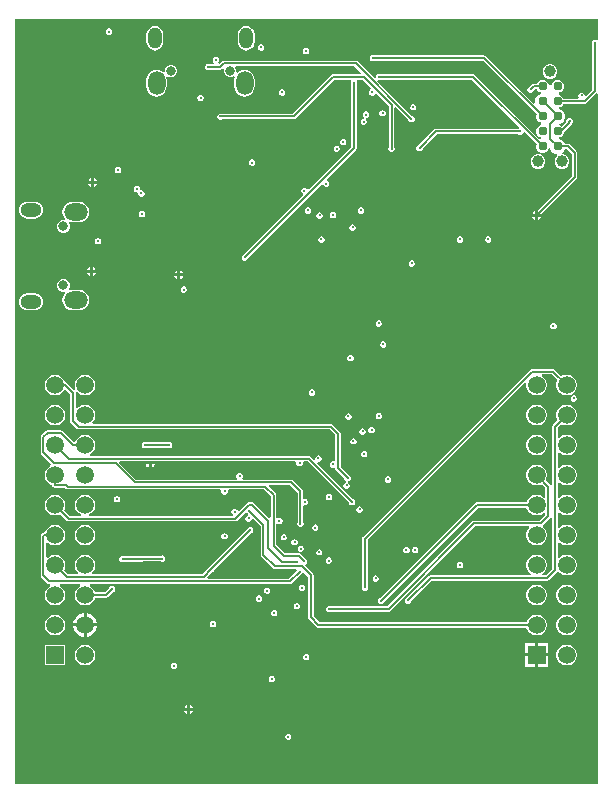
<source format=gbl>
G04*
G04 #@! TF.GenerationSoftware,Altium Limited,Altium Designer,24.1.2 (44)*
G04*
G04 Layer_Physical_Order=4*
G04 Layer_Color=16711680*
%FSLAX25Y25*%
%MOIN*%
G70*
G04*
G04 #@! TF.SameCoordinates,0CAF675C-D5BD-4F57-B94F-0EABEFC4C8CF*
G04*
G04*
G04 #@! TF.FilePolarity,Positive*
G04*
G01*
G75*
%ADD72C,0.00800*%
%ADD73C,0.03902*%
%ADD74O,0.04528X0.07087*%
%ADD75O,0.05709X0.07874*%
%ADD76C,0.03150*%
%ADD77O,0.07874X0.05709*%
%ADD78O,0.07087X0.04528*%
%ADD79C,0.05937*%
%ADD80R,0.05937X0.05937*%
%ADD81C,0.01100*%
%ADD82C,0.03098*%
G36*
X194980Y248712D02*
X194843Y248598D01*
X194480Y248438D01*
X194209Y248550D01*
X193791D01*
X193405Y248390D01*
X193110Y248095D01*
X192950Y247709D01*
Y247291D01*
X193082Y246972D01*
Y231880D01*
X191050Y229848D01*
X190550Y230055D01*
Y230209D01*
X190390Y230595D01*
X190095Y230890D01*
X189709Y231050D01*
X189291D01*
X188905Y230890D01*
X188610Y230595D01*
X188450Y230209D01*
Y229791D01*
X188610Y229405D01*
X188390Y228918D01*
X183338D01*
X183237Y229161D01*
X182661Y229737D01*
X182041Y229994D01*
Y231006D01*
X182661Y231263D01*
X183237Y231839D01*
X183549Y232592D01*
Y233408D01*
X183237Y234161D01*
X182661Y234737D01*
X181908Y235049D01*
X181092D01*
X180339Y234737D01*
X179763Y234161D01*
X179506Y233541D01*
X178494D01*
X178237Y234161D01*
X177661Y234737D01*
X176908Y235049D01*
X176092D01*
X175339Y234737D01*
X174763Y234161D01*
X174662Y233918D01*
X173581D01*
X173230Y233848D01*
X172932Y233649D01*
X172334Y233050D01*
X172291D01*
X171905Y232890D01*
X171610Y232595D01*
X171450Y232209D01*
Y231791D01*
X171610Y231405D01*
X171905Y231110D01*
X172291Y230950D01*
X172709D01*
X173095Y231110D01*
X173390Y231405D01*
X173465Y231586D01*
X173961Y232082D01*
X174662D01*
X174763Y231839D01*
X175339Y231263D01*
X175959Y231006D01*
Y230535D01*
X175056Y230161D01*
X174339Y229444D01*
X173951Y228507D01*
Y227554D01*
X173792Y227430D01*
X173489Y227309D01*
X157720Y243078D01*
X157422Y243277D01*
X157071Y243347D01*
X120469D01*
X120150Y243479D01*
X119732D01*
X119346Y243320D01*
X119051Y243024D01*
X118891Y242638D01*
Y242220D01*
X119051Y241835D01*
X119346Y241539D01*
X119732Y241379D01*
X120150D01*
X120469Y241512D01*
X156691D01*
X174551Y223651D01*
X174451Y223408D01*
Y222592D01*
X174763Y221839D01*
X175339Y221263D01*
X175959Y221006D01*
Y219994D01*
X175339Y219737D01*
X174763Y219161D01*
X174451Y218408D01*
Y217592D01*
X174763Y216839D01*
X175339Y216263D01*
X175954Y216008D01*
Y215544D01*
X175459Y215339D01*
X153941Y236857D01*
X153643Y237056D01*
X153292Y237126D01*
X122438D01*
X122118Y237258D01*
X121701D01*
X121315Y237098D01*
X121019Y236803D01*
X120859Y236417D01*
Y236040D01*
X120752Y235948D01*
X120407Y235785D01*
X114843Y241349D01*
X114546Y241548D01*
X114194Y241618D01*
X70300D01*
X69949Y241548D01*
X69651Y241349D01*
X68814Y240511D01*
X68543Y240551D01*
X68383Y241080D01*
X68508Y241205D01*
X68668Y241591D01*
Y242009D01*
X68508Y242395D01*
X68213Y242690D01*
X67827Y242850D01*
X67409D01*
X67023Y242690D01*
X66728Y242395D01*
X66568Y242009D01*
Y241591D01*
X66728Y241205D01*
X67016Y240918D01*
X67015Y240873D01*
X66905Y240418D01*
X65587D01*
X65268Y240550D01*
X64850D01*
X64464Y240390D01*
X64169Y240095D01*
X64009Y239709D01*
Y239291D01*
X64169Y238905D01*
X64464Y238610D01*
X64850Y238450D01*
X65268D01*
X65587Y238582D01*
X69100D01*
X69451Y238652D01*
X69749Y238851D01*
X69868Y238970D01*
X70292Y238687D01*
X70268Y238629D01*
Y237804D01*
X70584Y237041D01*
X71167Y236458D01*
X71930Y236142D01*
X72755D01*
X73518Y236458D01*
X73537Y236476D01*
X73961Y236193D01*
X73897Y236041D01*
X73782Y235165D01*
Y233000D01*
X73897Y232124D01*
X74235Y231308D01*
X74773Y230608D01*
X75474Y230070D01*
X76290Y229732D01*
X77165Y229617D01*
X78041Y229732D01*
X78857Y230070D01*
X79558Y230608D01*
X80095Y231308D01*
X80433Y232124D01*
X80549Y233000D01*
Y235165D01*
X80433Y236041D01*
X80095Y236857D01*
X79558Y237558D01*
X78857Y238095D01*
X78041Y238433D01*
X77165Y238548D01*
X76290Y238433D01*
X75474Y238095D01*
X74879Y237639D01*
X74648Y237721D01*
X74485Y237823D01*
X74417Y237886D01*
Y238629D01*
X74147Y239282D01*
X74364Y239782D01*
X113814D01*
X116017Y237580D01*
X115826Y237118D01*
X106800D01*
X106449Y237048D01*
X106151Y236849D01*
X93220Y223918D01*
X69631D01*
X69312Y224050D01*
X68894D01*
X68508Y223890D01*
X68213Y223595D01*
X68053Y223209D01*
Y222791D01*
X68213Y222405D01*
X68508Y222110D01*
X68894Y221950D01*
X69312D01*
X69631Y222082D01*
X93600D01*
X93951Y222152D01*
X94249Y222351D01*
X107180Y235282D01*
X112590D01*
X112797Y234782D01*
X112710Y234695D01*
X112550Y234309D01*
Y233891D01*
X112682Y233572D01*
Y212724D01*
X99981Y200023D01*
X99661Y199890D01*
X99366Y199595D01*
X99233Y199275D01*
X98612Y198654D01*
X98036Y198785D01*
X97990Y198895D01*
X97695Y199190D01*
X97309Y199350D01*
X96891D01*
X96505Y199190D01*
X96210Y198895D01*
X96050Y198509D01*
Y198091D01*
X96210Y197705D01*
X96505Y197410D01*
X96615Y197364D01*
X96746Y196788D01*
X76975Y177017D01*
X76655Y176884D01*
X76360Y176589D01*
X76200Y176203D01*
Y175785D01*
X76360Y175399D01*
X76655Y175104D01*
X77041Y174944D01*
X77459D01*
X77845Y175104D01*
X78140Y175399D01*
X78272Y175719D01*
X100531Y197977D01*
X100851Y198110D01*
X101146Y198405D01*
X101278Y198725D01*
X102888Y200335D01*
X103438Y200178D01*
X103510Y200005D01*
X103805Y199710D01*
X104191Y199550D01*
X104609D01*
X104995Y199710D01*
X105290Y200005D01*
X105450Y200391D01*
Y200809D01*
X105290Y201195D01*
X104995Y201490D01*
X104822Y201562D01*
X104666Y202112D01*
X114249Y211695D01*
X114448Y211993D01*
X114518Y212344D01*
Y233572D01*
X114650Y233891D01*
Y234309D01*
X114490Y234695D01*
X114403Y234782D01*
X114610Y235282D01*
X116476D01*
X119262Y232496D01*
X119144Y231906D01*
X119105Y231890D01*
X118810Y231595D01*
X118650Y231209D01*
Y230791D01*
X118810Y230405D01*
X119105Y230110D01*
X119491Y229950D01*
X119909D01*
X120295Y230110D01*
X120590Y230405D01*
X120606Y230445D01*
X121196Y230562D01*
X125263Y226495D01*
Y212780D01*
X125131Y212461D01*
Y212043D01*
X125291Y211657D01*
X125586Y211362D01*
X125972Y211202D01*
X126390D01*
X126775Y211362D01*
X127071Y211657D01*
X127231Y212043D01*
Y212461D01*
X127098Y212780D01*
Y225845D01*
X127560Y226037D01*
X131778Y221819D01*
X131910Y221500D01*
X132205Y221204D01*
X132591Y221044D01*
X133009D01*
X133395Y221204D01*
X133690Y221500D01*
X133850Y221885D01*
Y222303D01*
X133690Y222689D01*
X133395Y222985D01*
X133075Y223117D01*
X121486Y234706D01*
X121650Y235051D01*
X121741Y235158D01*
X122118D01*
X122438Y235291D01*
X152912D01*
X168690Y219512D01*
X168546Y218949D01*
X168472Y218918D01*
X141000D01*
X140649Y218848D01*
X140351Y218649D01*
X135225Y213523D01*
X134905Y213390D01*
X134610Y213095D01*
X134450Y212709D01*
Y212291D01*
X134610Y211905D01*
X134905Y211610D01*
X135291Y211450D01*
X135709D01*
X136095Y211610D01*
X136390Y211905D01*
X136522Y212225D01*
X141380Y217082D01*
X168472D01*
X168791Y216950D01*
X169209D01*
X169595Y217110D01*
X169890Y217405D01*
X169949Y217547D01*
X170512Y217690D01*
X174551Y213651D01*
X174451Y213408D01*
Y212592D01*
X174763Y211839D01*
X175339Y211263D01*
X176092Y210951D01*
X176908D01*
X177661Y211263D01*
X178237Y211839D01*
X178494Y212459D01*
X178965D01*
X179339Y211556D01*
X180056Y210839D01*
X180993Y210451D01*
X181302D01*
X181481Y209951D01*
X180919Y209388D01*
X180545Y208488D01*
Y207512D01*
X180919Y206612D01*
X181608Y205922D01*
X182509Y205549D01*
X183484D01*
X184384Y205922D01*
X185074Y206612D01*
X185447Y207512D01*
Y208488D01*
X185074Y209388D01*
X184384Y210078D01*
X183484Y210451D01*
X183214D01*
X183056Y210951D01*
X183661Y211556D01*
X183879Y212082D01*
X184620D01*
X186251Y210451D01*
Y203049D01*
X175000Y191798D01*
Y190500D01*
X176298D01*
X187818Y202020D01*
X188016Y202317D01*
X188086Y202669D01*
Y210831D01*
X188016Y211183D01*
X187818Y211480D01*
X185649Y213649D01*
X185351Y213848D01*
X185000Y213918D01*
X183879D01*
X183661Y214444D01*
X182944Y215161D01*
X182041Y215535D01*
Y216006D01*
X182661Y216263D01*
X183237Y216839D01*
X183549Y217592D01*
Y217785D01*
X183649Y217851D01*
X186091Y220294D01*
X186290Y220591D01*
X186344Y220859D01*
X186390Y220905D01*
X186550Y221291D01*
Y221709D01*
X186390Y222095D01*
X186095Y222390D01*
X185709Y222550D01*
X185291D01*
X184905Y222390D01*
X184610Y222095D01*
X184450Y221709D01*
Y221291D01*
X184463Y221260D01*
X182800Y219598D01*
X182661Y219737D01*
X182041Y219994D01*
Y220465D01*
X182944Y220839D01*
X183661Y221556D01*
X184049Y222493D01*
Y223507D01*
X183661Y224444D01*
X182944Y225161D01*
X182041Y225535D01*
Y226006D01*
X182661Y226263D01*
X183237Y226839D01*
X183338Y227082D01*
X190500D01*
X190851Y227152D01*
X191149Y227351D01*
X194480Y230683D01*
X194980Y230476D01*
Y520D01*
X520D01*
Y255480D01*
X194980D01*
Y248712D01*
D02*
G37*
%LPC*%
G36*
X32209Y252350D02*
X31791D01*
X31405Y252190D01*
X31110Y251895D01*
X30950Y251509D01*
Y251091D01*
X31110Y250705D01*
X31405Y250410D01*
X31791Y250250D01*
X32209D01*
X32595Y250410D01*
X32890Y250705D01*
X33050Y251091D01*
Y251509D01*
X32890Y251895D01*
X32595Y252190D01*
X32209Y252350D01*
D02*
G37*
G36*
X77756Y253111D02*
X77034Y253016D01*
X76362Y252737D01*
X75785Y252294D01*
X75342Y251717D01*
X75063Y251044D01*
X74968Y250323D01*
Y247764D01*
X75063Y247042D01*
X75342Y246370D01*
X75785Y245793D01*
X76362Y245350D01*
X77034Y245071D01*
X77756Y244976D01*
X78478Y245071D01*
X79150Y245350D01*
X79727Y245793D01*
X80170Y246370D01*
X80449Y247042D01*
X80544Y247764D01*
Y250323D01*
X80449Y251044D01*
X80170Y251717D01*
X79727Y252294D01*
X79150Y252737D01*
X78478Y253016D01*
X77756Y253111D01*
D02*
G37*
G36*
X47244D02*
X46523Y253016D01*
X45850Y252737D01*
X45273Y252294D01*
X44830Y251717D01*
X44551Y251044D01*
X44456Y250323D01*
Y247764D01*
X44551Y247042D01*
X44830Y246370D01*
X45273Y245793D01*
X45850Y245350D01*
X46523Y245071D01*
X47244Y244976D01*
X47965Y245071D01*
X48638Y245350D01*
X49215Y245793D01*
X49658Y246370D01*
X49937Y247042D01*
X50032Y247764D01*
Y250323D01*
X49937Y251044D01*
X49658Y251717D01*
X49215Y252294D01*
X48638Y252737D01*
X47965Y253016D01*
X47244Y253111D01*
D02*
G37*
G36*
X82909Y247050D02*
X82491D01*
X82105Y246890D01*
X81810Y246595D01*
X81650Y246209D01*
Y245791D01*
X81810Y245405D01*
X82105Y245110D01*
X82491Y244950D01*
X82909D01*
X83295Y245110D01*
X83590Y245405D01*
X83750Y245791D01*
Y246209D01*
X83590Y246595D01*
X83295Y246890D01*
X82909Y247050D01*
D02*
G37*
G36*
X97809Y245850D02*
X97391D01*
X97005Y245690D01*
X96710Y245395D01*
X96550Y245009D01*
Y244591D01*
X96710Y244205D01*
X97005Y243910D01*
X97391Y243750D01*
X97809D01*
X98195Y243910D01*
X98490Y244205D01*
X98650Y244591D01*
Y245009D01*
X98490Y245395D01*
X98195Y245690D01*
X97809Y245850D01*
D02*
G37*
G36*
X53070Y240291D02*
X52245D01*
X51482Y239976D01*
X50898Y239392D01*
X50583Y238629D01*
Y237886D01*
X50515Y237823D01*
X50352Y237721D01*
X50121Y237639D01*
X49526Y238095D01*
X48710Y238433D01*
X47835Y238548D01*
X46959Y238433D01*
X46143Y238095D01*
X45442Y237558D01*
X44905Y236857D01*
X44567Y236041D01*
X44451Y235165D01*
Y233000D01*
X44567Y232124D01*
X44905Y231308D01*
X45442Y230608D01*
X46143Y230070D01*
X46959Y229732D01*
X47835Y229617D01*
X48710Y229732D01*
X49526Y230070D01*
X50227Y230608D01*
X50765Y231308D01*
X51103Y232124D01*
X51218Y233000D01*
Y235165D01*
X51103Y236041D01*
X51040Y236193D01*
X51463Y236476D01*
X51482Y236458D01*
X52245Y236142D01*
X53070D01*
X53833Y236458D01*
X54416Y237041D01*
X54732Y237804D01*
Y238629D01*
X54416Y239392D01*
X53833Y239976D01*
X53070Y240291D01*
D02*
G37*
G36*
X179488Y240451D02*
X178513D01*
X177612Y240078D01*
X176922Y239388D01*
X176549Y238488D01*
Y237512D01*
X176922Y236612D01*
X177612Y235922D01*
X178513Y235549D01*
X179488D01*
X180388Y235922D01*
X181078Y236612D01*
X181451Y237512D01*
Y238488D01*
X181078Y239388D01*
X180388Y240078D01*
X179488Y240451D01*
D02*
G37*
G36*
X89909Y232050D02*
X89491D01*
X89105Y231890D01*
X88810Y231595D01*
X88650Y231209D01*
Y230791D01*
X88810Y230405D01*
X89105Y230110D01*
X89491Y229950D01*
X89909D01*
X90295Y230110D01*
X90590Y230405D01*
X90750Y230791D01*
Y231209D01*
X90590Y231595D01*
X90295Y231890D01*
X89909Y232050D01*
D02*
G37*
G36*
X62709Y230250D02*
X62291D01*
X61905Y230090D01*
X61610Y229795D01*
X61450Y229409D01*
Y228991D01*
X61610Y228605D01*
X61905Y228310D01*
X62291Y228150D01*
X62709D01*
X63095Y228310D01*
X63390Y228605D01*
X63550Y228991D01*
Y229409D01*
X63390Y229795D01*
X63095Y230090D01*
X62709Y230250D01*
D02*
G37*
G36*
X133609Y227081D02*
X133191D01*
X132805Y226922D01*
X132510Y226626D01*
X132350Y226240D01*
Y225822D01*
X132510Y225437D01*
X132805Y225141D01*
X133191Y224981D01*
X133609D01*
X133995Y225141D01*
X134290Y225437D01*
X134450Y225822D01*
Y226240D01*
X134290Y226626D01*
X133995Y226922D01*
X133609Y227081D01*
D02*
G37*
G36*
X123409Y225113D02*
X122991D01*
X122605Y224953D01*
X122310Y224658D01*
X122150Y224272D01*
Y223854D01*
X122310Y223468D01*
X122605Y223173D01*
X122991Y223013D01*
X123409D01*
X123795Y223173D01*
X124090Y223468D01*
X124250Y223854D01*
Y224272D01*
X124090Y224658D01*
X123795Y224953D01*
X123409Y225113D01*
D02*
G37*
G36*
X117840Y224650D02*
X117422D01*
X117037Y224490D01*
X116741Y224195D01*
X116581Y223809D01*
Y223391D01*
X116741Y223005D01*
X116971Y222776D01*
X116912Y222463D01*
X116817Y222276D01*
X116691D01*
X116305Y222116D01*
X116010Y221821D01*
X115850Y221435D01*
Y221017D01*
X116010Y220631D01*
X116305Y220336D01*
X116691Y220176D01*
X117109D01*
X117495Y220336D01*
X117790Y220631D01*
X117950Y221017D01*
Y221435D01*
X117790Y221821D01*
X117561Y222050D01*
X117619Y222363D01*
X117714Y222550D01*
X117840D01*
X118226Y222710D01*
X118522Y223005D01*
X118681Y223391D01*
Y223809D01*
X118522Y224195D01*
X118226Y224490D01*
X117840Y224650D01*
D02*
G37*
G36*
X110307Y215474D02*
X109889D01*
X109504Y215315D01*
X109208Y215019D01*
X109048Y214633D01*
Y214215D01*
X109208Y213830D01*
X109504Y213534D01*
X109889Y213374D01*
X110307D01*
X110693Y213534D01*
X110989Y213830D01*
X111148Y214215D01*
Y214633D01*
X110989Y215019D01*
X110693Y215315D01*
X110307Y215474D01*
D02*
G37*
G36*
X108135Y213302D02*
X107717D01*
X107331Y213142D01*
X107036Y212847D01*
X106876Y212461D01*
Y212043D01*
X107036Y211657D01*
X107331Y211362D01*
X107717Y211202D01*
X108135D01*
X108521Y211362D01*
X108816Y211657D01*
X108976Y212043D01*
Y212461D01*
X108816Y212847D01*
X108521Y213142D01*
X108135Y213302D01*
D02*
G37*
G36*
X79909Y208650D02*
X79491D01*
X79105Y208490D01*
X78810Y208195D01*
X78650Y207809D01*
Y207391D01*
X78810Y207005D01*
X79105Y206710D01*
X79491Y206550D01*
X79909D01*
X80295Y206710D01*
X80590Y207005D01*
X80750Y207391D01*
Y207809D01*
X80590Y208195D01*
X80295Y208490D01*
X79909Y208650D01*
D02*
G37*
G36*
X175491Y210451D02*
X174516D01*
X173616Y210078D01*
X172926Y209388D01*
X172553Y208488D01*
Y207512D01*
X172926Y206612D01*
X173616Y205922D01*
X174516Y205549D01*
X175491D01*
X176392Y205922D01*
X177082Y206612D01*
X177455Y207512D01*
Y208488D01*
X177082Y209388D01*
X176392Y210078D01*
X175491Y210451D01*
D02*
G37*
G36*
X35209Y206189D02*
X34791D01*
X34405Y206029D01*
X34110Y205733D01*
X33950Y205347D01*
Y204930D01*
X34110Y204544D01*
X34405Y204248D01*
X34791Y204089D01*
X35209D01*
X35595Y204248D01*
X35890Y204544D01*
X36050Y204930D01*
Y205347D01*
X35890Y205733D01*
X35595Y206029D01*
X35209Y206189D01*
D02*
G37*
G36*
X27035Y202471D02*
Y201500D01*
X28006D01*
X27849Y201878D01*
X27413Y202314D01*
X27035Y202471D01*
D02*
G37*
G36*
X26035D02*
X25657Y202314D01*
X25221Y201878D01*
X25064Y201500D01*
X26035D01*
Y202471D01*
D02*
G37*
G36*
X28006Y200500D02*
X27035D01*
Y199529D01*
X27413Y199686D01*
X27849Y200122D01*
X28006Y200500D01*
D02*
G37*
G36*
X26035D02*
X25064D01*
X25221Y200122D01*
X25657Y199686D01*
X26035Y199529D01*
Y200500D01*
D02*
G37*
G36*
X41509Y199889D02*
X41091D01*
X40705Y199729D01*
X40410Y199433D01*
X40250Y199048D01*
Y198630D01*
X40410Y198244D01*
X40705Y197949D01*
X41091Y197789D01*
X41309D01*
X41594Y197633D01*
X41750Y197347D01*
Y197130D01*
X41910Y196744D01*
X42205Y196449D01*
X42591Y196289D01*
X43009D01*
X43395Y196449D01*
X43690Y196744D01*
X43850Y197130D01*
Y197547D01*
X43690Y197933D01*
X43395Y198229D01*
X43009Y198389D01*
X42791D01*
X42506Y198545D01*
X42350Y198830D01*
Y199048D01*
X42190Y199433D01*
X41895Y199729D01*
X41509Y199889D01*
D02*
G37*
G36*
X116213Y192718D02*
X115795D01*
X115409Y192558D01*
X115114Y192262D01*
X114954Y191876D01*
Y191459D01*
X115114Y191073D01*
X115409Y190777D01*
X115795Y190618D01*
X116213D01*
X116599Y190777D01*
X116894Y191073D01*
X117054Y191459D01*
Y191876D01*
X116894Y192262D01*
X116599Y192558D01*
X116213Y192718D01*
D02*
G37*
G36*
X98496D02*
X98079D01*
X97693Y192558D01*
X97397Y192262D01*
X97237Y191876D01*
Y191459D01*
X97397Y191073D01*
X97693Y190777D01*
X98079Y190618D01*
X98496D01*
X98882Y190777D01*
X99177Y191073D01*
X99337Y191459D01*
Y191876D01*
X99177Y192262D01*
X98882Y192558D01*
X98496Y192718D01*
D02*
G37*
G36*
X174000Y191471D02*
X173622Y191314D01*
X173186Y190878D01*
X173029Y190500D01*
X174000D01*
Y191471D01*
D02*
G37*
G36*
X43209Y191550D02*
X42791D01*
X42405Y191390D01*
X42110Y191095D01*
X41950Y190709D01*
Y190291D01*
X42110Y189905D01*
X42405Y189610D01*
X42791Y189450D01*
X43209D01*
X43595Y189610D01*
X43890Y189905D01*
X44050Y190291D01*
Y190709D01*
X43890Y191095D01*
X43595Y191390D01*
X43209Y191550D01*
D02*
G37*
G36*
X106809Y191250D02*
X106391D01*
X106005Y191090D01*
X105710Y190795D01*
X105550Y190409D01*
Y189991D01*
X105710Y189605D01*
X106005Y189310D01*
X106391Y189150D01*
X106809D01*
X107195Y189310D01*
X107490Y189605D01*
X107650Y189991D01*
Y190409D01*
X107490Y190795D01*
X107195Y191090D01*
X106809Y191250D01*
D02*
G37*
G36*
X7236Y194544D02*
X4677D01*
X3956Y194449D01*
X3283Y194170D01*
X2706Y193727D01*
X2263Y193150D01*
X1984Y192478D01*
X1890Y191756D01*
X1984Y191034D01*
X2263Y190362D01*
X2706Y189785D01*
X3283Y189342D01*
X3956Y189063D01*
X4677Y188968D01*
X7236D01*
X7958Y189063D01*
X8630Y189342D01*
X9207Y189785D01*
X9650Y190362D01*
X9929Y191034D01*
X10024Y191756D01*
X9929Y192478D01*
X9650Y193150D01*
X9207Y193727D01*
X8630Y194170D01*
X7958Y194449D01*
X7236Y194544D01*
D02*
G37*
G36*
X102409Y191050D02*
X101991D01*
X101605Y190890D01*
X101310Y190595D01*
X101150Y190209D01*
Y189791D01*
X101310Y189405D01*
X101605Y189110D01*
X101991Y188950D01*
X102409D01*
X102795Y189110D01*
X103090Y189405D01*
X103250Y189791D01*
Y190209D01*
X103090Y190595D01*
X102795Y190890D01*
X102409Y191050D01*
D02*
G37*
G36*
X175971Y189500D02*
X175000D01*
Y188529D01*
X175378Y188686D01*
X175814Y189122D01*
X175971Y189500D01*
D02*
G37*
G36*
X174000D02*
X173029D01*
X173186Y189122D01*
X173622Y188686D01*
X174000Y188529D01*
Y189500D01*
D02*
G37*
G36*
X22000Y194549D02*
X19835D01*
X18959Y194433D01*
X18143Y194095D01*
X17442Y193558D01*
X16905Y192857D01*
X16567Y192041D01*
X16451Y191165D01*
X16567Y190290D01*
X16905Y189474D01*
X17361Y188879D01*
X17278Y188648D01*
X17177Y188485D01*
X17114Y188417D01*
X16371D01*
X15608Y188101D01*
X15024Y187518D01*
X14709Y186755D01*
Y185930D01*
X15024Y185167D01*
X15608Y184584D01*
X16371Y184268D01*
X17196D01*
X17959Y184584D01*
X18542Y185167D01*
X18858Y185930D01*
Y186755D01*
X18542Y187518D01*
X18524Y187537D01*
X18807Y187960D01*
X18959Y187897D01*
X19835Y187782D01*
X22000D01*
X22876Y187897D01*
X23692Y188235D01*
X24392Y188773D01*
X24930Y189474D01*
X25268Y190290D01*
X25383Y191165D01*
X25268Y192041D01*
X24930Y192857D01*
X24392Y193558D01*
X23692Y194095D01*
X22876Y194433D01*
X22000Y194549D01*
D02*
G37*
G36*
X113409Y187050D02*
X112991D01*
X112605Y186890D01*
X112310Y186595D01*
X112150Y186209D01*
Y185791D01*
X112310Y185405D01*
X112605Y185110D01*
X112991Y184950D01*
X113409D01*
X113795Y185110D01*
X114090Y185405D01*
X114250Y185791D01*
Y186209D01*
X114090Y186595D01*
X113795Y186890D01*
X113409Y187050D01*
D02*
G37*
G36*
X158609Y183050D02*
X158191D01*
X157805Y182890D01*
X157510Y182595D01*
X157350Y182209D01*
Y181791D01*
X157510Y181405D01*
X157805Y181110D01*
X158191Y180950D01*
X158609D01*
X158995Y181110D01*
X159290Y181405D01*
X159450Y181791D01*
Y182209D01*
X159290Y182595D01*
X158995Y182890D01*
X158609Y183050D01*
D02*
G37*
G36*
X149209D02*
X148791D01*
X148405Y182890D01*
X148110Y182595D01*
X147950Y182209D01*
Y181791D01*
X148110Y181405D01*
X148405Y181110D01*
X148791Y180950D01*
X149209D01*
X149595Y181110D01*
X149890Y181405D01*
X150050Y181791D01*
Y182209D01*
X149890Y182595D01*
X149595Y182890D01*
X149209Y183050D01*
D02*
G37*
G36*
X103009D02*
X102591D01*
X102205Y182890D01*
X101910Y182595D01*
X101750Y182209D01*
Y181791D01*
X101910Y181405D01*
X102205Y181110D01*
X102591Y180950D01*
X103009D01*
X103395Y181110D01*
X103690Y181405D01*
X103850Y181791D01*
Y182209D01*
X103690Y182595D01*
X103395Y182890D01*
X103009Y183050D01*
D02*
G37*
G36*
X28550Y182450D02*
X28132D01*
X27746Y182290D01*
X27451Y181995D01*
X27291Y181609D01*
Y181191D01*
X27451Y180805D01*
X27746Y180510D01*
X28132Y180350D01*
X28550D01*
X28936Y180510D01*
X29231Y180805D01*
X29391Y181191D01*
Y181609D01*
X29231Y181995D01*
X28936Y182290D01*
X28550Y182450D01*
D02*
G37*
G36*
X133109Y175050D02*
X132691D01*
X132305Y174890D01*
X132010Y174595D01*
X131850Y174209D01*
Y173791D01*
X132010Y173405D01*
X132305Y173110D01*
X132691Y172950D01*
X133109D01*
X133495Y173110D01*
X133790Y173405D01*
X133950Y173791D01*
Y174209D01*
X133790Y174595D01*
X133495Y174890D01*
X133109Y175050D01*
D02*
G37*
G36*
X26552Y172852D02*
Y171882D01*
X27522D01*
X27366Y172260D01*
X26930Y172696D01*
X26552Y172852D01*
D02*
G37*
G36*
X25552D02*
X25174Y172696D01*
X24738Y172260D01*
X24581Y171882D01*
X25552D01*
Y172852D01*
D02*
G37*
G36*
X55709Y171737D02*
Y170767D01*
X56679D01*
X56523Y171145D01*
X56087Y171581D01*
X55709Y171737D01*
D02*
G37*
G36*
X54709D02*
X54331Y171581D01*
X53895Y171145D01*
X53738Y170767D01*
X54709D01*
Y171737D01*
D02*
G37*
G36*
X27522Y170882D02*
X26552D01*
Y169911D01*
X26930Y170068D01*
X27366Y170504D01*
X27522Y170882D01*
D02*
G37*
G36*
X25552D02*
X24581D01*
X24738Y170504D01*
X25174Y170068D01*
X25552Y169911D01*
Y170882D01*
D02*
G37*
G36*
X56679Y169767D02*
X55709D01*
Y168796D01*
X56087Y168953D01*
X56523Y169389D01*
X56679Y169767D01*
D02*
G37*
G36*
X54709D02*
X53738D01*
X53895Y169389D01*
X54331Y168953D01*
X54709Y168796D01*
Y169767D01*
D02*
G37*
G36*
X57109Y166350D02*
X56691D01*
X56305Y166190D01*
X56010Y165895D01*
X55850Y165509D01*
Y165091D01*
X56010Y164705D01*
X56305Y164410D01*
X56691Y164250D01*
X57109D01*
X57495Y164410D01*
X57790Y164705D01*
X57950Y165091D01*
Y165509D01*
X57790Y165895D01*
X57495Y166190D01*
X57109Y166350D01*
D02*
G37*
G36*
X7236Y164032D02*
X4677D01*
X3956Y163937D01*
X3283Y163658D01*
X2706Y163215D01*
X2263Y162638D01*
X1984Y161966D01*
X1890Y161244D01*
X1984Y160522D01*
X2263Y159850D01*
X2706Y159273D01*
X3283Y158830D01*
X3956Y158551D01*
X4677Y158456D01*
X7236D01*
X7958Y158551D01*
X8630Y158830D01*
X9207Y159273D01*
X9650Y159850D01*
X9929Y160522D01*
X10024Y161244D01*
X9929Y161966D01*
X9650Y162638D01*
X9207Y163215D01*
X8630Y163658D01*
X7958Y163937D01*
X7236Y164032D01*
D02*
G37*
G36*
X17196Y168732D02*
X16371D01*
X15608Y168416D01*
X15024Y167833D01*
X14709Y167070D01*
Y166245D01*
X15024Y165482D01*
X15608Y164899D01*
X16371Y164583D01*
X17114D01*
X17177Y164515D01*
X17278Y164351D01*
X17361Y164121D01*
X16905Y163526D01*
X16567Y162710D01*
X16451Y161835D01*
X16567Y160959D01*
X16905Y160143D01*
X17442Y159442D01*
X18143Y158905D01*
X18959Y158567D01*
X19835Y158451D01*
X22000D01*
X22876Y158567D01*
X23692Y158905D01*
X24392Y159442D01*
X24930Y160143D01*
X25268Y160959D01*
X25383Y161835D01*
X25268Y162710D01*
X24930Y163526D01*
X24392Y164227D01*
X23692Y164765D01*
X22876Y165103D01*
X22000Y165218D01*
X19835D01*
X18959Y165103D01*
X18807Y165040D01*
X18524Y165463D01*
X18542Y165482D01*
X18858Y166245D01*
Y167070D01*
X18542Y167833D01*
X17959Y168416D01*
X17196Y168732D01*
D02*
G37*
G36*
X122109Y155050D02*
X121691D01*
X121305Y154890D01*
X121010Y154595D01*
X120850Y154209D01*
Y153791D01*
X121010Y153405D01*
X121305Y153110D01*
X121691Y152950D01*
X122109D01*
X122495Y153110D01*
X122790Y153405D01*
X122950Y153791D01*
Y154209D01*
X122790Y154595D01*
X122495Y154890D01*
X122109Y155050D01*
D02*
G37*
G36*
X180362Y154204D02*
X179945D01*
X179559Y154044D01*
X179263Y153748D01*
X179104Y153363D01*
Y152945D01*
X179263Y152559D01*
X179559Y152263D01*
X179945Y152104D01*
X180362D01*
X180748Y152263D01*
X181044Y152559D01*
X181204Y152945D01*
Y153363D01*
X181044Y153748D01*
X180748Y154044D01*
X180362Y154204D01*
D02*
G37*
G36*
X123609Y148050D02*
X123191D01*
X122805Y147890D01*
X122510Y147595D01*
X122350Y147209D01*
Y146791D01*
X122510Y146405D01*
X122805Y146110D01*
X123191Y145950D01*
X123609D01*
X123995Y146110D01*
X124290Y146405D01*
X124450Y146791D01*
Y147209D01*
X124290Y147595D01*
X123995Y147890D01*
X123609Y148050D01*
D02*
G37*
G36*
X112673Y143550D02*
X112256D01*
X111870Y143390D01*
X111574Y143095D01*
X111414Y142709D01*
Y142291D01*
X111574Y141905D01*
X111870Y141610D01*
X112256Y141450D01*
X112673D01*
X113059Y141610D01*
X113355Y141905D01*
X113514Y142291D01*
Y142709D01*
X113355Y143095D01*
X113059Y143390D01*
X112673Y143550D01*
D02*
G37*
G36*
X24457Y136969D02*
X23543D01*
X22661Y136732D01*
X21870Y136275D01*
X21225Y135630D01*
X20768Y134839D01*
X20531Y133957D01*
Y133043D01*
X20768Y132161D01*
X20801Y132104D01*
X20401Y131797D01*
X18049Y134149D01*
X17751Y134348D01*
X17400Y134418D01*
X17345D01*
X17232Y134839D01*
X16775Y135630D01*
X16130Y136275D01*
X15339Y136732D01*
X14457Y136969D01*
X13543D01*
X12661Y136732D01*
X11870Y136275D01*
X11225Y135630D01*
X10768Y134839D01*
X10531Y133957D01*
Y133043D01*
X10768Y132161D01*
X11225Y131370D01*
X11870Y130725D01*
X12661Y130268D01*
X13543Y130032D01*
X14457D01*
X15339Y130268D01*
X16130Y130725D01*
X16775Y131370D01*
X17050Y131845D01*
X17668Y131934D01*
X19082Y130520D01*
Y121600D01*
X19152Y121249D01*
X19351Y120951D01*
X21351Y118951D01*
X21649Y118752D01*
X22000Y118682D01*
X105620D01*
X107382Y116920D01*
Y108354D01*
X106882Y108020D01*
X106809Y108050D01*
X106391D01*
X106005Y107890D01*
X105710Y107595D01*
X105550Y107209D01*
Y106791D01*
X105710Y106405D01*
X106005Y106110D01*
X106391Y105950D01*
X106809D01*
X106882Y105980D01*
X107349Y105719D01*
X107392Y105653D01*
X107452Y105349D01*
X107651Y105051D01*
X110477Y102225D01*
X110610Y101905D01*
X110905Y101610D01*
X111025Y101560D01*
X110989Y101153D01*
X110953Y101049D01*
X110595Y100900D01*
X110300Y100605D01*
X110140Y100219D01*
Y99801D01*
X110300Y99416D01*
X110595Y99120D01*
X110981Y98960D01*
X111398D01*
X111784Y99120D01*
X112080Y99416D01*
X112240Y99801D01*
Y100219D01*
X112080Y100605D01*
X111784Y100900D01*
X111665Y100950D01*
X111701Y101358D01*
X111737Y101462D01*
X112095Y101610D01*
X112390Y101905D01*
X112550Y102291D01*
Y102709D01*
X112390Y103095D01*
X112095Y103390D01*
X111775Y103523D01*
X109218Y106080D01*
Y117300D01*
X109148Y117651D01*
X108949Y117949D01*
X106649Y120249D01*
X106351Y120448D01*
X106000Y120518D01*
X26630D01*
X26423Y121018D01*
X26776Y121370D01*
X27232Y122161D01*
X27468Y123043D01*
Y123957D01*
X27232Y124839D01*
X26776Y125630D01*
X26130Y126276D01*
X25339Y126732D01*
X24457Y126969D01*
X23543D01*
X22661Y126732D01*
X21870Y126276D01*
X21418Y125823D01*
X20918Y126030D01*
Y130900D01*
X20900Y130987D01*
X21361Y131234D01*
X21870Y130725D01*
X22661Y130268D01*
X23543Y130032D01*
X24457D01*
X25339Y130268D01*
X26130Y130725D01*
X26776Y131370D01*
X27232Y132161D01*
X27468Y133043D01*
Y133957D01*
X27232Y134839D01*
X26776Y135630D01*
X26130Y136275D01*
X25339Y136732D01*
X24457Y136969D01*
D02*
G37*
G36*
X180100Y138818D02*
X172900D01*
X172549Y138748D01*
X172251Y138549D01*
X116651Y82949D01*
X116452Y82651D01*
X116382Y82300D01*
Y66528D01*
X116250Y66209D01*
Y65791D01*
X116410Y65405D01*
X116705Y65110D01*
X117091Y64950D01*
X117509D01*
X117895Y65110D01*
X118190Y65405D01*
X118350Y65791D01*
Y66209D01*
X118218Y66528D01*
Y81920D01*
X170609Y134311D01*
X171057Y134052D01*
X171031Y133957D01*
Y133043D01*
X171268Y132161D01*
X171724Y131370D01*
X172370Y130725D01*
X173161Y130268D01*
X174043Y130032D01*
X174957D01*
X175839Y130268D01*
X176630Y130725D01*
X177276Y131370D01*
X177732Y132161D01*
X177969Y133043D01*
Y133957D01*
X177732Y134839D01*
X177276Y135630D01*
X176630Y136275D01*
X176271Y136482D01*
X176405Y136982D01*
X179720D01*
X181486Y135216D01*
X181268Y134839D01*
X181032Y133957D01*
Y133043D01*
X181268Y132161D01*
X181725Y131370D01*
X182370Y130725D01*
X183161Y130268D01*
X184043Y130032D01*
X184957D01*
X185839Y130268D01*
X186630Y130725D01*
X187276Y131370D01*
X187732Y132161D01*
X187969Y133043D01*
Y133957D01*
X187732Y134839D01*
X187276Y135630D01*
X186630Y136275D01*
X185839Y136732D01*
X184957Y136969D01*
X184043D01*
X183161Y136732D01*
X182784Y136514D01*
X180749Y138549D01*
X180451Y138748D01*
X180100Y138818D01*
D02*
G37*
G36*
X99905Y132050D02*
X99487D01*
X99101Y131890D01*
X98806Y131595D01*
X98646Y131209D01*
Y130791D01*
X98806Y130405D01*
X99101Y130110D01*
X99487Y129950D01*
X99905D01*
X100291Y130110D01*
X100586Y130405D01*
X100746Y130791D01*
Y131209D01*
X100586Y131595D01*
X100291Y131890D01*
X99905Y132050D01*
D02*
G37*
G36*
X187109Y130050D02*
X186691D01*
X186305Y129890D01*
X186010Y129595D01*
X185850Y129209D01*
Y128791D01*
X186010Y128405D01*
X186305Y128110D01*
X186691Y127950D01*
X187109D01*
X187495Y128110D01*
X187790Y128405D01*
X187950Y128791D01*
Y129209D01*
X187790Y129595D01*
X187495Y129890D01*
X187109Y130050D01*
D02*
G37*
G36*
X122109Y124200D02*
X121691D01*
X121305Y124040D01*
X121010Y123745D01*
X120850Y123359D01*
Y122941D01*
X121010Y122555D01*
X121305Y122260D01*
X121691Y122100D01*
X122109D01*
X122495Y122260D01*
X122790Y122555D01*
X122950Y122941D01*
Y123359D01*
X122790Y123745D01*
X122495Y124040D01*
X122109Y124200D01*
D02*
G37*
G36*
X112009Y124050D02*
X111591D01*
X111205Y123890D01*
X110910Y123595D01*
X110750Y123209D01*
Y122791D01*
X110910Y122405D01*
X111205Y122110D01*
X111591Y121950D01*
X112009D01*
X112395Y122110D01*
X112690Y122405D01*
X112850Y122791D01*
Y123209D01*
X112690Y123595D01*
X112395Y123890D01*
X112009Y124050D01*
D02*
G37*
G36*
X184957Y126969D02*
X184043D01*
X183161Y126732D01*
X182370Y126276D01*
X181725Y125630D01*
X181268Y124839D01*
X181032Y123957D01*
Y123043D01*
X181268Y122161D01*
X181486Y121784D01*
X179951Y120249D01*
X179752Y119951D01*
X179682Y119600D01*
Y100134D01*
X179182Y100049D01*
X179049Y100249D01*
X177514Y101784D01*
X177732Y102161D01*
X177969Y103043D01*
Y103957D01*
X177732Y104839D01*
X177276Y105630D01*
X176630Y106275D01*
X175839Y106732D01*
X174957Y106968D01*
X174043D01*
X173161Y106732D01*
X172370Y106275D01*
X171724Y105630D01*
X171268Y104839D01*
X171031Y103957D01*
Y103043D01*
X171268Y102161D01*
X171724Y101370D01*
X172370Y100724D01*
X173161Y100268D01*
X174043Y100031D01*
X174957D01*
X175839Y100268D01*
X176216Y100486D01*
X177482Y99220D01*
Y96130D01*
X176982Y95923D01*
X176630Y96276D01*
X175839Y96732D01*
X174957Y96969D01*
X174043D01*
X173161Y96732D01*
X172370Y96276D01*
X171724Y95630D01*
X171268Y94839D01*
X171155Y94418D01*
X154603D01*
X154252Y94348D01*
X153954Y94149D01*
X122368Y62563D01*
X122049Y62430D01*
X121753Y62135D01*
X121593Y61749D01*
Y61331D01*
X121753Y60945D01*
X122049Y60650D01*
X122434Y60490D01*
X122852D01*
X123238Y60650D01*
X123533Y60945D01*
X123666Y61265D01*
X154983Y92582D01*
X171155D01*
X171268Y92161D01*
X171724Y91370D01*
X172370Y90724D01*
X173161Y90268D01*
X174043Y90031D01*
X174957D01*
X175839Y90268D01*
X176630Y90724D01*
X176982Y91077D01*
X177482Y90870D01*
Y90149D01*
X175620Y88286D01*
X153769D01*
X153417Y88216D01*
X153120Y88017D01*
X124870Y59768D01*
X109161D01*
X108842Y59900D01*
X108424D01*
X108104Y59768D01*
X105957D01*
X105638Y59900D01*
X105220D01*
X104834Y59740D01*
X104538Y59445D01*
X104379Y59059D01*
Y58641D01*
X104538Y58255D01*
X104834Y57960D01*
X105220Y57800D01*
X105638D01*
X105957Y57932D01*
X108104D01*
X108424Y57800D01*
X108842D01*
X109161Y57932D01*
X125250D01*
X125601Y58002D01*
X125899Y58201D01*
X154149Y86451D01*
X171839D01*
X172046Y85951D01*
X171724Y85630D01*
X171268Y84839D01*
X171031Y83957D01*
Y83043D01*
X171268Y82161D01*
X171724Y81370D01*
X172370Y80725D01*
X173161Y80268D01*
X174043Y80032D01*
X174957D01*
X175839Y80268D01*
X176630Y80725D01*
X177276Y81370D01*
X177732Y82161D01*
X177969Y83043D01*
Y83957D01*
X177732Y84839D01*
X177276Y85630D01*
X176732Y86174D01*
X176677Y86532D01*
X176726Y86797D01*
X179049Y89120D01*
X179182Y89319D01*
X179682Y89234D01*
Y72180D01*
X177620Y70118D01*
X176579D01*
X176445Y70618D01*
X176630Y70724D01*
X177276Y71370D01*
X177732Y72161D01*
X177969Y73043D01*
Y73957D01*
X177732Y74839D01*
X177276Y75630D01*
X176630Y76275D01*
X175839Y76732D01*
X174957Y76968D01*
X174043D01*
X173161Y76732D01*
X172370Y76275D01*
X171724Y75630D01*
X171268Y74839D01*
X171031Y73957D01*
Y73043D01*
X171268Y72161D01*
X171724Y71370D01*
X172370Y70724D01*
X172555Y70618D01*
X172421Y70118D01*
X139200D01*
X138849Y70048D01*
X138551Y69849D01*
X131401Y62698D01*
X131081Y62566D01*
X130786Y62271D01*
X130626Y61885D01*
Y61467D01*
X130786Y61081D01*
X131081Y60786D01*
X131467Y60626D01*
X131885D01*
X132271Y60786D01*
X132566Y61081D01*
X132698Y61401D01*
X139580Y68282D01*
X178000D01*
X178351Y68352D01*
X178649Y68551D01*
X181249Y71151D01*
X181262Y71171D01*
X181361Y71214D01*
X181874Y71221D01*
X182370Y70724D01*
X183161Y70268D01*
X184043Y70031D01*
X184957D01*
X185839Y70268D01*
X186630Y70724D01*
X187276Y71370D01*
X187732Y72161D01*
X187969Y73043D01*
Y73957D01*
X187732Y74839D01*
X187276Y75630D01*
X186630Y76275D01*
X185839Y76732D01*
X184957Y76968D01*
X184043D01*
X183161Y76732D01*
X182370Y76275D01*
X182018Y75923D01*
X181518Y76130D01*
Y80870D01*
X182018Y81077D01*
X182370Y80725D01*
X183161Y80268D01*
X184043Y80032D01*
X184957D01*
X185839Y80268D01*
X186630Y80725D01*
X187276Y81370D01*
X187732Y82161D01*
X187969Y83043D01*
Y83957D01*
X187732Y84839D01*
X187276Y85630D01*
X186630Y86276D01*
X185839Y86732D01*
X184957Y86968D01*
X184043D01*
X183161Y86732D01*
X182370Y86276D01*
X182018Y85923D01*
X181518Y86130D01*
Y90870D01*
X182018Y91077D01*
X182370Y90724D01*
X183161Y90268D01*
X184043Y90031D01*
X184957D01*
X185839Y90268D01*
X186630Y90724D01*
X187276Y91370D01*
X187732Y92161D01*
X187969Y93043D01*
Y93957D01*
X187732Y94839D01*
X187276Y95630D01*
X186630Y96276D01*
X185839Y96732D01*
X184957Y96969D01*
X184043D01*
X183161Y96732D01*
X182370Y96276D01*
X182018Y95923D01*
X181518Y96130D01*
Y100870D01*
X182018Y101077D01*
X182370Y100724D01*
X183161Y100268D01*
X184043Y100031D01*
X184957D01*
X185839Y100268D01*
X186630Y100724D01*
X187276Y101370D01*
X187732Y102161D01*
X187969Y103043D01*
Y103957D01*
X187732Y104839D01*
X187276Y105630D01*
X186630Y106275D01*
X185839Y106732D01*
X184957Y106968D01*
X184043D01*
X183161Y106732D01*
X182370Y106275D01*
X182018Y105923D01*
X181518Y106130D01*
Y110870D01*
X182018Y111077D01*
X182370Y110724D01*
X183161Y110268D01*
X184043Y110031D01*
X184957D01*
X185839Y110268D01*
X186630Y110724D01*
X187276Y111370D01*
X187732Y112161D01*
X187969Y113043D01*
Y113957D01*
X187732Y114839D01*
X187276Y115630D01*
X186630Y116276D01*
X185839Y116732D01*
X184957Y116969D01*
X184043D01*
X183161Y116732D01*
X182370Y116276D01*
X182018Y115923D01*
X181518Y116130D01*
Y119220D01*
X182784Y120486D01*
X183161Y120268D01*
X184043Y120031D01*
X184957D01*
X185839Y120268D01*
X186630Y120724D01*
X187276Y121370D01*
X187732Y122161D01*
X187969Y123043D01*
Y123957D01*
X187732Y124839D01*
X187276Y125630D01*
X186630Y126276D01*
X185839Y126732D01*
X184957Y126969D01*
D02*
G37*
G36*
X174957D02*
X174043D01*
X173161Y126732D01*
X172370Y126276D01*
X171724Y125630D01*
X171268Y124839D01*
X171031Y123957D01*
Y123043D01*
X171268Y122161D01*
X171724Y121370D01*
X172370Y120724D01*
X173161Y120268D01*
X174043Y120031D01*
X174957D01*
X175839Y120268D01*
X176630Y120724D01*
X177276Y121370D01*
X177732Y122161D01*
X177969Y123043D01*
Y123957D01*
X177732Y124839D01*
X177276Y125630D01*
X176630Y126276D01*
X175839Y126732D01*
X174957Y126969D01*
D02*
G37*
G36*
X14457D02*
X13543D01*
X12661Y126732D01*
X11870Y126276D01*
X11225Y125630D01*
X10768Y124839D01*
X10531Y123957D01*
Y123043D01*
X10768Y122161D01*
X11225Y121370D01*
X11870Y120724D01*
X12661Y120268D01*
X13543Y120031D01*
X14457D01*
X15339Y120268D01*
X16130Y120724D01*
X16775Y121370D01*
X17232Y122161D01*
X17469Y123043D01*
Y123957D01*
X17232Y124839D01*
X16775Y125630D01*
X16130Y126276D01*
X15339Y126732D01*
X14457Y126969D01*
D02*
G37*
G36*
X119709Y119550D02*
X119291D01*
X118905Y119390D01*
X118610Y119095D01*
X118450Y118709D01*
Y118291D01*
X118610Y117905D01*
X118905Y117610D01*
X119291Y117450D01*
X119709D01*
X120095Y117610D01*
X120390Y117905D01*
X120550Y118291D01*
Y118709D01*
X120390Y119095D01*
X120095Y119390D01*
X119709Y119550D01*
D02*
G37*
G36*
X116709Y119050D02*
X116291D01*
X115905Y118890D01*
X115610Y118595D01*
X115450Y118209D01*
Y117791D01*
X115610Y117405D01*
X115905Y117110D01*
X116291Y116950D01*
X116709D01*
X117095Y117110D01*
X117390Y117405D01*
X117550Y117791D01*
Y118209D01*
X117390Y118595D01*
X117095Y118890D01*
X116709Y119050D01*
D02*
G37*
G36*
X52209Y114550D02*
X51791D01*
X51472Y114418D01*
X44528D01*
X44209Y114550D01*
X43791D01*
X43405Y114390D01*
X43110Y114095D01*
X42950Y113709D01*
Y113291D01*
X43110Y112905D01*
X43405Y112610D01*
X43791Y112450D01*
X44209D01*
X44528Y112582D01*
X51472D01*
X51791Y112450D01*
X52209D01*
X52595Y112610D01*
X52890Y112905D01*
X53050Y113291D01*
Y113709D01*
X52890Y114095D01*
X52595Y114390D01*
X52209Y114550D01*
D02*
G37*
G36*
X113652Y115756D02*
X113234D01*
X112848Y115597D01*
X112552Y115301D01*
X112393Y114915D01*
Y114497D01*
X112552Y114112D01*
X112848Y113816D01*
X113234Y113656D01*
X113652D01*
X114037Y113816D01*
X114333Y114112D01*
X114493Y114497D01*
Y114915D01*
X114333Y115301D01*
X114037Y115597D01*
X113652Y115756D01*
D02*
G37*
G36*
X174957Y116969D02*
X174043D01*
X173161Y116732D01*
X172370Y116276D01*
X171724Y115630D01*
X171268Y114839D01*
X171031Y113957D01*
Y113043D01*
X171268Y112161D01*
X171724Y111370D01*
X172370Y110724D01*
X173161Y110268D01*
X174043Y110031D01*
X174957D01*
X175839Y110268D01*
X176630Y110724D01*
X177276Y111370D01*
X177732Y112161D01*
X177969Y113043D01*
Y113957D01*
X177732Y114839D01*
X177276Y115630D01*
X176630Y116276D01*
X175839Y116732D01*
X174957Y116969D01*
D02*
G37*
G36*
X117309Y111502D02*
X116891D01*
X116505Y111342D01*
X116210Y111046D01*
X116050Y110661D01*
Y110243D01*
X116210Y109857D01*
X116505Y109561D01*
X116891Y109402D01*
X117309D01*
X117695Y109561D01*
X117990Y109857D01*
X118150Y110243D01*
Y110661D01*
X117990Y111046D01*
X117695Y111342D01*
X117309Y111502D01*
D02*
G37*
G36*
X47171Y107000D02*
X46200D01*
Y106029D01*
X46578Y106186D01*
X47014Y106622D01*
X47171Y107000D01*
D02*
G37*
G36*
X45200D02*
X44229D01*
X44386Y106622D01*
X44822Y106186D01*
X45200Y106029D01*
Y107000D01*
D02*
G37*
G36*
X125209Y103050D02*
X124791D01*
X124405Y102890D01*
X124110Y102595D01*
X123950Y102209D01*
Y101791D01*
X124110Y101405D01*
X124405Y101110D01*
X124791Y100950D01*
X125209D01*
X125595Y101110D01*
X125890Y101405D01*
X126050Y101791D01*
Y102209D01*
X125890Y102595D01*
X125595Y102890D01*
X125209Y103050D01*
D02*
G37*
G36*
X105509Y97250D02*
X105091D01*
X104705Y97090D01*
X104410Y96795D01*
X104250Y96409D01*
Y95991D01*
X104410Y95605D01*
X104705Y95310D01*
X105091Y95150D01*
X105509D01*
X105895Y95310D01*
X106190Y95605D01*
X106350Y95991D01*
Y96409D01*
X106190Y96795D01*
X105895Y97090D01*
X105509Y97250D01*
D02*
G37*
G36*
X34809Y96450D02*
X34391D01*
X34005Y96290D01*
X33710Y95995D01*
X33550Y95609D01*
Y95191D01*
X33710Y94805D01*
X34005Y94510D01*
X34391Y94350D01*
X34809D01*
X35195Y94510D01*
X35490Y94805D01*
X35650Y95191D01*
Y95609D01*
X35490Y95995D01*
X35195Y96290D01*
X34809Y96450D01*
D02*
G37*
G36*
X16000Y118318D02*
X11500D01*
X11149Y118248D01*
X10851Y118049D01*
X9451Y116649D01*
X9252Y116351D01*
X9182Y116000D01*
Y111000D01*
X9252Y110649D01*
X9451Y110351D01*
X12611Y107191D01*
X12472Y106623D01*
X11870Y106275D01*
X11225Y105630D01*
X10768Y104839D01*
X10531Y103957D01*
Y103043D01*
X10768Y102161D01*
X11225Y101370D01*
X11870Y100724D01*
X12661Y100268D01*
X13092Y100153D01*
X13152Y99849D01*
X13351Y99551D01*
X13649Y99352D01*
X14000Y99282D01*
X17220D01*
X17551Y98951D01*
X17849Y98752D01*
X18200Y98682D01*
X69105D01*
X69450Y98209D01*
Y97791D01*
X69610Y97405D01*
X69905Y97110D01*
X70291Y96950D01*
X70709D01*
X71095Y97110D01*
X71390Y97405D01*
X71550Y97791D01*
Y98209D01*
X71895Y98682D01*
X83620D01*
X85982Y96320D01*
Y89323D01*
X85482Y89115D01*
X80449Y94149D01*
X80151Y94348D01*
X79800Y94418D01*
X78600D01*
X78249Y94348D01*
X77951Y94149D01*
X75362Y91560D01*
X74799Y91703D01*
X74740Y91845D01*
X74445Y92140D01*
X74059Y92300D01*
X73641D01*
X73255Y92140D01*
X72960Y91845D01*
X72800Y91459D01*
Y91041D01*
X72960Y90655D01*
X73255Y90360D01*
X73357Y90318D01*
X73258Y89818D01*
X25511D01*
X25447Y89985D01*
X25425Y90318D01*
X26130Y90724D01*
X26776Y91370D01*
X27232Y92161D01*
X27468Y93043D01*
Y93957D01*
X27232Y94839D01*
X26776Y95630D01*
X26130Y96276D01*
X25339Y96732D01*
X24457Y96969D01*
X23543D01*
X22661Y96732D01*
X21870Y96276D01*
X21225Y95630D01*
X20768Y94839D01*
X20531Y93957D01*
Y93043D01*
X20768Y92161D01*
X21225Y91370D01*
X21870Y90724D01*
X22575Y90318D01*
X22553Y89985D01*
X22489Y89818D01*
X18980D01*
X17014Y91784D01*
X17232Y92161D01*
X17469Y93043D01*
Y93957D01*
X17232Y94839D01*
X16775Y95630D01*
X16130Y96276D01*
X15339Y96732D01*
X14457Y96969D01*
X13543D01*
X12661Y96732D01*
X11870Y96276D01*
X11225Y95630D01*
X10768Y94839D01*
X10531Y93957D01*
Y93043D01*
X10768Y92161D01*
X11225Y91370D01*
X11870Y90724D01*
X12661Y90268D01*
X13543Y90031D01*
X14457D01*
X15339Y90268D01*
X15716Y90486D01*
X17951Y88251D01*
X18249Y88052D01*
X18600Y87982D01*
X74000D01*
X74351Y88052D01*
X74649Y88251D01*
X77491Y91093D01*
X77910Y91010D01*
X78205Y90715D01*
X78258Y90536D01*
X78291Y90050D01*
X77905Y89890D01*
X77610Y89595D01*
X77450Y89209D01*
Y88791D01*
X77610Y88405D01*
X77905Y88110D01*
X78291Y87950D01*
X78709D01*
X79095Y88110D01*
X79390Y88405D01*
X79550Y88791D01*
Y88850D01*
X80050Y89057D01*
X82553Y86554D01*
Y76829D01*
X82623Y76478D01*
X82822Y76180D01*
X86601Y72401D01*
X86899Y72202D01*
X87250Y72132D01*
X94233D01*
X94270Y72103D01*
X94526Y71632D01*
X94477Y71515D01*
X91880Y68918D01*
X64869D01*
X64677Y69380D01*
X66275Y70977D01*
X66595Y71110D01*
X66890Y71405D01*
X67023Y71725D01*
X79375Y84078D01*
X79695Y84210D01*
X79990Y84505D01*
X80150Y84891D01*
Y85309D01*
X79990Y85695D01*
X79695Y85990D01*
X79309Y86150D01*
X78891D01*
X78505Y85990D01*
X78210Y85695D01*
X78078Y85375D01*
X65725Y73023D01*
X65405Y72890D01*
X65110Y72595D01*
X64978Y72275D01*
X63120Y70418D01*
X26530D01*
X26323Y70918D01*
X26776Y71370D01*
X27232Y72161D01*
X27468Y73043D01*
Y73957D01*
X27232Y74839D01*
X26776Y75630D01*
X26130Y76275D01*
X25339Y76732D01*
X24457Y76968D01*
X23543D01*
X22661Y76732D01*
X21870Y76275D01*
X21225Y75630D01*
X20768Y74839D01*
X20531Y73957D01*
Y73043D01*
X20768Y72161D01*
X21225Y71370D01*
X21677Y70918D01*
X21470Y70418D01*
X18380D01*
X17014Y71784D01*
X17232Y72161D01*
X17469Y73043D01*
Y73957D01*
X17232Y74839D01*
X16775Y75630D01*
X16130Y76275D01*
X15339Y76732D01*
X14457Y76968D01*
X13543D01*
X12661Y76732D01*
X11870Y76275D01*
X11518Y75923D01*
X11018Y76130D01*
Y80870D01*
X11518Y81077D01*
X11870Y80725D01*
X12661Y80268D01*
X13543Y80032D01*
X14457D01*
X15339Y80268D01*
X16130Y80725D01*
X16775Y81370D01*
X17232Y82161D01*
X17469Y83043D01*
Y83957D01*
X17232Y84839D01*
X16775Y85630D01*
X16130Y86276D01*
X15339Y86732D01*
X14457Y86968D01*
X13543D01*
X12661Y86732D01*
X11870Y86276D01*
X11225Y85630D01*
X10768Y84839D01*
X10655Y84418D01*
X10600D01*
X10249Y84348D01*
X9951Y84149D01*
X9451Y83649D01*
X9252Y83351D01*
X9182Y83000D01*
Y70000D01*
X9252Y69649D01*
X9451Y69351D01*
X11451Y67351D01*
X11749Y67152D01*
X12100Y67082D01*
X12268D01*
X12402Y66582D01*
X11870Y66276D01*
X11225Y65630D01*
X10768Y64839D01*
X10531Y63957D01*
Y63043D01*
X10768Y62161D01*
X11225Y61370D01*
X11870Y60725D01*
X12661Y60268D01*
X13543Y60031D01*
X14457D01*
X15339Y60268D01*
X16130Y60725D01*
X16775Y61370D01*
X17232Y62161D01*
X17469Y63043D01*
Y63957D01*
X17232Y64839D01*
X16775Y65630D01*
X16130Y66276D01*
X15598Y66582D01*
X15732Y67082D01*
X22268D01*
X22402Y66582D01*
X21870Y66276D01*
X21225Y65630D01*
X20768Y64839D01*
X20531Y63957D01*
Y63043D01*
X20768Y62161D01*
X21225Y61370D01*
X21870Y60725D01*
X22661Y60268D01*
X23543Y60031D01*
X24457D01*
X25339Y60268D01*
X26130Y60725D01*
X26776Y61370D01*
X27232Y62161D01*
X27345Y62582D01*
X31000D01*
X31351Y62652D01*
X31649Y62851D01*
X33275Y64477D01*
X33595Y64610D01*
X33890Y64905D01*
X34050Y65291D01*
Y65709D01*
X33890Y66095D01*
X33595Y66390D01*
X33209Y66550D01*
X32791D01*
X32405Y66390D01*
X32110Y66095D01*
X31977Y65775D01*
X30620Y64418D01*
X27345D01*
X27232Y64839D01*
X26776Y65630D01*
X26130Y66276D01*
X25598Y66582D01*
X25732Y67082D01*
X92260D01*
X92611Y67152D01*
X92909Y67351D01*
X95775Y70218D01*
X96095Y70350D01*
X96390Y70645D01*
X96466Y70829D01*
X96980Y70981D01*
X97027Y70975D01*
X98382Y69620D01*
Y56000D01*
X98452Y55649D01*
X98651Y55351D01*
X101151Y52851D01*
X101449Y52652D01*
X101800Y52582D01*
X171155D01*
X171268Y52161D01*
X171724Y51370D01*
X172370Y50725D01*
X173161Y50268D01*
X174043Y50032D01*
X174957D01*
X175839Y50268D01*
X176630Y50725D01*
X177276Y51370D01*
X177732Y52161D01*
X177969Y53043D01*
Y53957D01*
X177732Y54839D01*
X177276Y55630D01*
X176630Y56275D01*
X175839Y56732D01*
X174957Y56968D01*
X174043D01*
X173161Y56732D01*
X172370Y56275D01*
X171724Y55630D01*
X171268Y54839D01*
X171155Y54418D01*
X102180D01*
X100218Y56380D01*
Y70000D01*
X100148Y70351D01*
X99949Y70649D01*
X97410Y73188D01*
X97553Y73751D01*
X97695Y73810D01*
X97990Y74105D01*
X98150Y74491D01*
Y74909D01*
X97990Y75295D01*
X97695Y75590D01*
X97375Y75722D01*
X95949Y77149D01*
X95651Y77348D01*
X95300Y77418D01*
X90580D01*
X87818Y80180D01*
Y86990D01*
X87957Y87105D01*
X88318Y87263D01*
X88591Y87150D01*
X89009D01*
X89395Y87310D01*
X89690Y87605D01*
X89850Y87991D01*
Y88409D01*
X89690Y88795D01*
X89395Y89090D01*
X89009Y89250D01*
X88591D01*
X88318Y89137D01*
X87957Y89295D01*
X87818Y89410D01*
Y96700D01*
X87748Y97051D01*
X87549Y97349D01*
X85277Y99620D01*
X85469Y100082D01*
X92420D01*
X94882Y97620D01*
Y87816D01*
X94750Y87496D01*
Y87078D01*
X94910Y86692D01*
X95205Y86397D01*
X95591Y86237D01*
X96009D01*
X96395Y86397D01*
X96690Y86692D01*
X96850Y87078D01*
Y87496D01*
X96718Y87816D01*
Y93234D01*
X97041Y93450D01*
X97459D01*
X97845Y93610D01*
X98140Y93905D01*
X98300Y94291D01*
Y94709D01*
X98140Y95095D01*
X97845Y95390D01*
X97459Y95550D01*
X97041D01*
X96718Y95766D01*
Y98000D01*
X96648Y98351D01*
X96449Y98649D01*
X93449Y101649D01*
X93151Y101848D01*
X92800Y101918D01*
X76510D01*
X76303Y102418D01*
X76390Y102505D01*
X76550Y102891D01*
Y103309D01*
X76390Y103695D01*
X76095Y103990D01*
X75709Y104150D01*
X75291D01*
X74905Y103990D01*
X74610Y103695D01*
X74450Y103309D01*
Y102891D01*
X74610Y102505D01*
X74697Y102418D01*
X74490Y101918D01*
X40980D01*
X35327Y107570D01*
X35519Y108032D01*
X44000D01*
X44022Y108000D01*
X47378D01*
X47400Y108032D01*
X94084D01*
X94450Y107609D01*
Y107191D01*
X94610Y106805D01*
X94905Y106510D01*
X95291Y106350D01*
X95709D01*
X96095Y106510D01*
X96390Y106805D01*
X96550Y107191D01*
Y107609D01*
X96916Y108032D01*
X98208D01*
X111996Y94244D01*
X112129Y93924D01*
X112424Y93629D01*
X112810Y93469D01*
X113228D01*
X113614Y93629D01*
X113909Y93924D01*
X114069Y94310D01*
Y94728D01*
X113909Y95114D01*
X113614Y95409D01*
X113294Y95542D01*
X101311Y107525D01*
X101588Y107945D01*
X101593Y107950D01*
X102009D01*
X102395Y108110D01*
X102690Y108405D01*
X102850Y108791D01*
Y109209D01*
X102690Y109595D01*
X102395Y109890D01*
X102009Y110050D01*
X101591D01*
X101205Y109890D01*
X100910Y109595D01*
X100750Y109209D01*
Y108793D01*
X100745Y108788D01*
X100325Y108511D01*
X99237Y109599D01*
X98939Y109798D01*
X98588Y109868D01*
X25646D01*
X25512Y110368D01*
X26130Y110724D01*
X26776Y111370D01*
X27232Y112161D01*
X27468Y113043D01*
Y113957D01*
X27232Y114839D01*
X26776Y115630D01*
X26130Y116276D01*
X25339Y116732D01*
X24457Y116969D01*
X23543D01*
X22661Y116732D01*
X21870Y116276D01*
X21225Y115630D01*
X20768Y114839D01*
X20704Y114601D01*
X20175Y114522D01*
X16649Y118049D01*
X16351Y118248D01*
X16000Y118318D01*
D02*
G37*
G36*
X115709Y93050D02*
X115291D01*
X114905Y92890D01*
X114610Y92595D01*
X114450Y92209D01*
Y91791D01*
X114610Y91405D01*
X114905Y91110D01*
X115291Y90950D01*
X115709D01*
X116095Y91110D01*
X116390Y91405D01*
X116550Y91791D01*
Y92209D01*
X116390Y92595D01*
X116095Y92890D01*
X115709Y93050D01*
D02*
G37*
G36*
X100981Y87012D02*
X100563D01*
X100177Y86852D01*
X99882Y86557D01*
X99722Y86171D01*
Y85753D01*
X99882Y85367D01*
X100177Y85072D01*
X100563Y84912D01*
X100981D01*
X101367Y85072D01*
X101662Y85367D01*
X101822Y85753D01*
Y86171D01*
X101662Y86557D01*
X101367Y86852D01*
X100981Y87012D01*
D02*
G37*
G36*
X70709Y84121D02*
X70291D01*
X69905Y83961D01*
X69610Y83666D01*
X69450Y83280D01*
Y82863D01*
X69610Y82477D01*
X69905Y82181D01*
X70291Y82021D01*
X70709D01*
X71095Y82181D01*
X71390Y82477D01*
X71550Y82863D01*
Y83280D01*
X71390Y83666D01*
X71095Y83961D01*
X70709Y84121D01*
D02*
G37*
G36*
X90459Y83750D02*
X90041D01*
X89655Y83590D01*
X89360Y83295D01*
X89200Y82909D01*
Y82491D01*
X89360Y82105D01*
X89655Y81810D01*
X90041Y81650D01*
X90459D01*
X90845Y81810D01*
X91140Y82105D01*
X91300Y82491D01*
Y82909D01*
X91140Y83295D01*
X90845Y83590D01*
X90459Y83750D01*
D02*
G37*
G36*
X24457Y86968D02*
X23543D01*
X22661Y86732D01*
X21870Y86276D01*
X21225Y85630D01*
X20768Y84839D01*
X20531Y83957D01*
Y83043D01*
X20768Y82161D01*
X21225Y81370D01*
X21870Y80725D01*
X22661Y80268D01*
X23543Y80032D01*
X24457D01*
X25339Y80268D01*
X26130Y80725D01*
X26776Y81370D01*
X27232Y82161D01*
X27468Y83043D01*
Y83957D01*
X27232Y84839D01*
X26776Y85630D01*
X26130Y86276D01*
X25339Y86732D01*
X24457Y86968D01*
D02*
G37*
G36*
X94059Y82100D02*
X93641D01*
X93255Y81940D01*
X92960Y81645D01*
X92800Y81259D01*
Y80841D01*
X92960Y80455D01*
X93255Y80160D01*
X93641Y80000D01*
X94059D01*
X94445Y80160D01*
X94740Y80455D01*
X94900Y80841D01*
Y81259D01*
X94740Y81645D01*
X94445Y81940D01*
X94059Y82100D01*
D02*
G37*
G36*
X96109Y79950D02*
X95691D01*
X95305Y79790D01*
X95010Y79495D01*
X94850Y79109D01*
Y78691D01*
X95010Y78305D01*
X95305Y78010D01*
X95691Y77850D01*
X96109D01*
X96495Y78010D01*
X96790Y78305D01*
X96950Y78691D01*
Y79109D01*
X96790Y79495D01*
X96495Y79790D01*
X96109Y79950D01*
D02*
G37*
G36*
X134280Y79550D02*
X133862D01*
X133477Y79390D01*
X133181Y79095D01*
X133021Y78709D01*
Y78291D01*
X133181Y77905D01*
X133477Y77610D01*
X133862Y77450D01*
X134280D01*
X134666Y77610D01*
X134962Y77905D01*
X135121Y78291D01*
Y78709D01*
X134962Y79095D01*
X134666Y79390D01*
X134280Y79550D01*
D02*
G37*
G36*
X131350Y79491D02*
X130932D01*
X130546Y79331D01*
X130251Y79036D01*
X130091Y78650D01*
Y78232D01*
X130251Y77846D01*
X130546Y77551D01*
X130932Y77391D01*
X131350D01*
X131736Y77551D01*
X132031Y77846D01*
X132191Y78232D01*
Y78650D01*
X132031Y79036D01*
X131736Y79331D01*
X131350Y79491D01*
D02*
G37*
G36*
X102309Y78750D02*
X101891D01*
X101505Y78590D01*
X101210Y78295D01*
X101050Y77909D01*
Y77491D01*
X101210Y77105D01*
X101505Y76810D01*
X101891Y76650D01*
X102309D01*
X102695Y76810D01*
X102990Y77105D01*
X103150Y77491D01*
Y77909D01*
X102990Y78295D01*
X102695Y78590D01*
X102309Y78750D01*
D02*
G37*
G36*
X49909Y76650D02*
X49491D01*
X49172Y76518D01*
X43179D01*
X42828Y76448D01*
X42783Y76418D01*
X37028D01*
X36709Y76550D01*
X36291D01*
X35905Y76390D01*
X35610Y76095D01*
X35450Y75709D01*
Y75291D01*
X35610Y74905D01*
X35905Y74610D01*
X36291Y74450D01*
X36709D01*
X37028Y74582D01*
X43079D01*
X43430Y74652D01*
X43475Y74682D01*
X49172D01*
X49491Y74550D01*
X49909D01*
X50295Y74710D01*
X50590Y75005D01*
X50750Y75391D01*
Y75809D01*
X50590Y76195D01*
X50295Y76490D01*
X49909Y76650D01*
D02*
G37*
G36*
X105459Y76000D02*
X105041D01*
X104655Y75840D01*
X104360Y75545D01*
X104200Y75159D01*
Y74741D01*
X104360Y74355D01*
X104655Y74060D01*
X105041Y73900D01*
X105459D01*
X105845Y74060D01*
X106140Y74355D01*
X106300Y74741D01*
Y75159D01*
X106140Y75545D01*
X105845Y75840D01*
X105459Y76000D01*
D02*
G37*
G36*
X149209Y74550D02*
X148791D01*
X148405Y74390D01*
X148110Y74095D01*
X147950Y73709D01*
Y73291D01*
X148110Y72905D01*
X148405Y72610D01*
X148791Y72450D01*
X149209D01*
X149595Y72610D01*
X149890Y72905D01*
X150050Y73291D01*
Y73709D01*
X149890Y74095D01*
X149595Y74390D01*
X149209Y74550D01*
D02*
G37*
G36*
X121101Y70050D02*
X120683D01*
X120297Y69890D01*
X120002Y69595D01*
X119842Y69209D01*
Y68791D01*
X120002Y68405D01*
X120297Y68110D01*
X120683Y67950D01*
X121101D01*
X121487Y68110D01*
X121782Y68405D01*
X121942Y68791D01*
Y69209D01*
X121782Y69595D01*
X121487Y69890D01*
X121101Y70050D01*
D02*
G37*
G36*
X96509Y66950D02*
X96091D01*
X95705Y66790D01*
X95410Y66495D01*
X95250Y66109D01*
Y65691D01*
X95410Y65305D01*
X95705Y65010D01*
X96091Y64850D01*
X96509D01*
X96895Y65010D01*
X97190Y65305D01*
X97350Y65691D01*
Y66109D01*
X97190Y66495D01*
X96895Y66790D01*
X96509Y66950D01*
D02*
G37*
G36*
X84909Y65950D02*
X84491D01*
X84105Y65790D01*
X83810Y65495D01*
X83650Y65109D01*
Y64691D01*
X83810Y64305D01*
X84105Y64010D01*
X84491Y63850D01*
X84909D01*
X85295Y64010D01*
X85590Y64305D01*
X85750Y64691D01*
Y65109D01*
X85590Y65495D01*
X85295Y65790D01*
X84909Y65950D01*
D02*
G37*
G36*
X82209Y63350D02*
X81791D01*
X81405Y63190D01*
X81110Y62895D01*
X80950Y62509D01*
Y62091D01*
X81110Y61705D01*
X81405Y61410D01*
X81791Y61250D01*
X82209D01*
X82595Y61410D01*
X82890Y61705D01*
X83050Y62091D01*
Y62509D01*
X82890Y62895D01*
X82595Y63190D01*
X82209Y63350D01*
D02*
G37*
G36*
X184957Y66969D02*
X184043D01*
X183161Y66732D01*
X182370Y66276D01*
X181725Y65630D01*
X181268Y64839D01*
X181032Y63957D01*
Y63043D01*
X181268Y62161D01*
X181725Y61370D01*
X182370Y60725D01*
X183161Y60268D01*
X184043Y60031D01*
X184957D01*
X185839Y60268D01*
X186630Y60725D01*
X187276Y61370D01*
X187732Y62161D01*
X187969Y63043D01*
Y63957D01*
X187732Y64839D01*
X187276Y65630D01*
X186630Y66276D01*
X185839Y66732D01*
X184957Y66969D01*
D02*
G37*
G36*
X174957D02*
X174043D01*
X173161Y66732D01*
X172370Y66276D01*
X171724Y65630D01*
X171268Y64839D01*
X171031Y63957D01*
Y63043D01*
X171268Y62161D01*
X171724Y61370D01*
X172370Y60725D01*
X173161Y60268D01*
X174043Y60031D01*
X174957D01*
X175839Y60268D01*
X176630Y60725D01*
X177276Y61370D01*
X177732Y62161D01*
X177969Y63043D01*
Y63957D01*
X177732Y64839D01*
X177276Y65630D01*
X176630Y66276D01*
X175839Y66732D01*
X174957Y66969D01*
D02*
G37*
G36*
X94780Y60800D02*
X94362D01*
X93977Y60640D01*
X93681Y60345D01*
X93521Y59959D01*
Y59541D01*
X93681Y59155D01*
X93977Y58860D01*
X94362Y58700D01*
X94780D01*
X95166Y58860D01*
X95461Y59155D01*
X95621Y59541D01*
Y59959D01*
X95461Y60345D01*
X95166Y60640D01*
X94780Y60800D01*
D02*
G37*
G36*
X87309Y58550D02*
X86891D01*
X86505Y58390D01*
X86210Y58095D01*
X86050Y57709D01*
Y57291D01*
X86210Y56905D01*
X86505Y56610D01*
X86891Y56450D01*
X87309D01*
X87695Y56610D01*
X87990Y56905D01*
X88150Y57291D01*
Y57709D01*
X87990Y58095D01*
X87695Y58390D01*
X87309Y58550D01*
D02*
G37*
G36*
X24522Y57468D02*
X24500D01*
Y54000D01*
X27968D01*
Y54023D01*
X27698Y55032D01*
X27176Y55937D01*
X26437Y56676D01*
X25532Y57198D01*
X24522Y57468D01*
D02*
G37*
G36*
X23500D02*
X23478D01*
X22468Y57198D01*
X21563Y56676D01*
X20824Y55937D01*
X20302Y55032D01*
X20031Y54023D01*
Y54000D01*
X23500D01*
Y57468D01*
D02*
G37*
G36*
X66901Y54850D02*
X66483D01*
X66097Y54690D01*
X65802Y54395D01*
X65642Y54009D01*
Y53591D01*
X65802Y53205D01*
X66097Y52910D01*
X66483Y52750D01*
X66901D01*
X67287Y52910D01*
X67582Y53205D01*
X67742Y53591D01*
Y54009D01*
X67582Y54395D01*
X67287Y54690D01*
X66901Y54850D01*
D02*
G37*
G36*
X184957Y56968D02*
X184043D01*
X183161Y56732D01*
X182370Y56275D01*
X181725Y55630D01*
X181268Y54839D01*
X181032Y53957D01*
Y53043D01*
X181268Y52161D01*
X181725Y51370D01*
X182370Y50725D01*
X183161Y50268D01*
X184043Y50032D01*
X184957D01*
X185839Y50268D01*
X186630Y50725D01*
X187276Y51370D01*
X187732Y52161D01*
X187969Y53043D01*
Y53957D01*
X187732Y54839D01*
X187276Y55630D01*
X186630Y56275D01*
X185839Y56732D01*
X184957Y56968D01*
D02*
G37*
G36*
X14457D02*
X13543D01*
X12661Y56732D01*
X11870Y56275D01*
X11225Y55630D01*
X10768Y54839D01*
X10531Y53957D01*
Y53043D01*
X10768Y52161D01*
X11225Y51370D01*
X11870Y50725D01*
X12661Y50268D01*
X13543Y50032D01*
X14457D01*
X15339Y50268D01*
X16130Y50725D01*
X16775Y51370D01*
X17232Y52161D01*
X17469Y53043D01*
Y53957D01*
X17232Y54839D01*
X16775Y55630D01*
X16130Y56275D01*
X15339Y56732D01*
X14457Y56968D01*
D02*
G37*
G36*
X27968Y53000D02*
X24500D01*
Y49531D01*
X24522D01*
X25532Y49802D01*
X26437Y50324D01*
X27176Y51063D01*
X27698Y51968D01*
X27968Y52978D01*
Y53000D01*
D02*
G37*
G36*
X23500D02*
X20031D01*
Y52978D01*
X20302Y51968D01*
X20824Y51063D01*
X21563Y50324D01*
X22468Y49802D01*
X23478Y49531D01*
X23500D01*
Y53000D01*
D02*
G37*
G36*
X178469Y47469D02*
X175000D01*
Y44000D01*
X178469D01*
Y47469D01*
D02*
G37*
G36*
X174000D02*
X170531D01*
Y44000D01*
X174000D01*
Y47469D01*
D02*
G37*
G36*
X97965Y43806D02*
X97547D01*
X97161Y43646D01*
X96866Y43351D01*
X96706Y42965D01*
Y42547D01*
X96866Y42161D01*
X97161Y41866D01*
X97547Y41706D01*
X97965D01*
X98351Y41866D01*
X98646Y42161D01*
X98806Y42547D01*
Y42965D01*
X98646Y43351D01*
X98351Y43646D01*
X97965Y43806D01*
D02*
G37*
G36*
X184957Y46968D02*
X184043D01*
X183161Y46732D01*
X182370Y46275D01*
X181725Y45630D01*
X181268Y44839D01*
X181032Y43957D01*
Y43043D01*
X181268Y42161D01*
X181725Y41370D01*
X182370Y40725D01*
X183161Y40268D01*
X184043Y40031D01*
X184957D01*
X185839Y40268D01*
X186630Y40725D01*
X187276Y41370D01*
X187732Y42161D01*
X187969Y43043D01*
Y43957D01*
X187732Y44839D01*
X187276Y45630D01*
X186630Y46275D01*
X185839Y46732D01*
X184957Y46968D01*
D02*
G37*
G36*
X24457D02*
X23543D01*
X22661Y46732D01*
X21870Y46275D01*
X21225Y45630D01*
X20768Y44839D01*
X20531Y43957D01*
Y43043D01*
X20768Y42161D01*
X21225Y41370D01*
X21870Y40725D01*
X22661Y40268D01*
X23543Y40031D01*
X24457D01*
X25339Y40268D01*
X26130Y40725D01*
X26776Y41370D01*
X27232Y42161D01*
X27468Y43043D01*
Y43957D01*
X27232Y44839D01*
X26776Y45630D01*
X26130Y46275D01*
X25339Y46732D01*
X24457Y46968D01*
D02*
G37*
G36*
X17469D02*
X10531D01*
Y40031D01*
X17469D01*
Y46968D01*
D02*
G37*
G36*
X178469Y43000D02*
X175000D01*
Y39531D01*
X178469D01*
Y43000D01*
D02*
G37*
G36*
X174000D02*
X170531D01*
Y39531D01*
X174000D01*
Y43000D01*
D02*
G37*
G36*
X53882Y40950D02*
X53464D01*
X53078Y40790D01*
X52783Y40495D01*
X52623Y40109D01*
Y39691D01*
X52783Y39305D01*
X53078Y39010D01*
X53464Y38850D01*
X53882D01*
X54268Y39010D01*
X54563Y39305D01*
X54723Y39691D01*
Y40109D01*
X54563Y40495D01*
X54268Y40790D01*
X53882Y40950D01*
D02*
G37*
G36*
X86457Y36550D02*
X86040D01*
X85654Y36390D01*
X85358Y36095D01*
X85198Y35709D01*
Y35291D01*
X85358Y34905D01*
X85654Y34610D01*
X86040Y34450D01*
X86457D01*
X86843Y34610D01*
X87138Y34905D01*
X87298Y35291D01*
Y35709D01*
X87138Y36095D01*
X86843Y36390D01*
X86457Y36550D01*
D02*
G37*
G36*
X59100Y26871D02*
Y25900D01*
X60071D01*
X59914Y26278D01*
X59478Y26714D01*
X59100Y26871D01*
D02*
G37*
G36*
X58100D02*
X57722Y26714D01*
X57286Y26278D01*
X57129Y25900D01*
X58100D01*
Y26871D01*
D02*
G37*
G36*
X60071Y24900D02*
X59100D01*
Y23929D01*
X59478Y24086D01*
X59914Y24522D01*
X60071Y24900D01*
D02*
G37*
G36*
X58100D02*
X57129D01*
X57286Y24522D01*
X57722Y24086D01*
X58100Y23929D01*
Y24900D01*
D02*
G37*
G36*
X91965Y17306D02*
X91547D01*
X91161Y17146D01*
X90866Y16851D01*
X90706Y16465D01*
Y16047D01*
X90866Y15661D01*
X91161Y15366D01*
X91547Y15206D01*
X91965D01*
X92351Y15366D01*
X92646Y15661D01*
X92806Y16047D01*
Y16465D01*
X92646Y16851D01*
X92351Y17146D01*
X91965Y17306D01*
D02*
G37*
%LPD*%
D72*
X12100Y68000D02*
X92260D01*
X95500Y71240D01*
X10100Y70000D02*
X12100Y68000D01*
X14000Y100200D02*
X17600D01*
X190500Y228000D02*
X194000Y231500D01*
Y247500D01*
X181500Y228000D02*
X190500D01*
X185443Y221443D02*
X185500Y221500D01*
X183000Y218500D02*
X185443Y220943D01*
Y221443D01*
X74000Y88900D02*
X78600Y93500D01*
X83471Y76829D02*
Y86934D01*
X78800Y91605D02*
X83471Y86934D01*
X18600Y88900D02*
X74000D01*
X78600Y93500D02*
X79800D01*
X117300Y82300D02*
X172900Y137900D01*
X180100D01*
X117300Y66000D02*
Y82300D01*
X108300Y105700D02*
Y117300D01*
Y105700D02*
X111500Y102500D01*
X43079Y75500D02*
X43179Y75600D01*
X49700D01*
X36500Y75500D02*
X43079D01*
X31000Y63500D02*
X33000Y65500D01*
X24000Y63500D02*
X31000D01*
X18000Y69500D02*
X63500D01*
X14000Y73500D02*
X18000Y69500D01*
X63500D02*
X66000Y72000D01*
X10100Y70000D02*
Y83000D01*
X44000Y113500D02*
X52000D01*
X187169Y202669D02*
Y210831D01*
X185000Y213000D02*
X187169Y210831D01*
X174500Y190000D02*
X187169Y202669D01*
X181500Y213000D02*
X185000D01*
X135500Y212500D02*
X141000Y218000D01*
X169000D01*
X153292Y236208D02*
X176500Y213000D01*
X121909Y236208D02*
X153292D01*
X172581Y232000D02*
X173581Y233000D01*
X176500D01*
X172500Y232000D02*
X172581D01*
X157071Y242429D02*
X176500Y223000D01*
X66000Y72000D02*
X79100Y85100D01*
X105429Y58850D02*
X108633D01*
X100256Y199000D02*
X113600Y212344D01*
X77250Y175994D02*
X100256Y199000D01*
X14000Y133500D02*
X17400D01*
X20000Y130900D01*
Y121600D02*
Y130900D01*
Y121600D02*
X22000Y119600D01*
X106000D01*
X108300Y117300D01*
X19900Y113500D02*
X24000D01*
X16000Y117400D02*
X19900Y113500D01*
X11500Y117400D02*
X16000D01*
X10100Y116000D02*
X11500Y117400D01*
X10100Y111000D02*
Y116000D01*
Y111000D02*
X13700Y107400D01*
X34200D01*
X40600Y101000D01*
X92800D01*
X95800Y98000D01*
Y87287D02*
Y98000D01*
X122643Y61540D02*
X154603Y93500D01*
X174500D01*
Y103500D02*
X178400Y99600D01*
Y89769D02*
Y99600D01*
X176000Y87369D02*
X178400Y89769D01*
X153769Y87369D02*
X176000D01*
X125250Y58850D02*
X153769Y87369D01*
X108633Y58850D02*
X125250D01*
X131676Y61676D02*
X139200Y69200D01*
X178000D01*
X180600Y71800D01*
Y119600D01*
X184500Y123500D01*
X180100Y137900D02*
X184500Y133500D01*
X65059Y239500D02*
X69100D01*
X70300Y240700D01*
X114194D01*
X132800Y222094D01*
X126181Y212252D02*
Y226875D01*
X116856Y236200D02*
X126181Y226875D01*
X106800Y236200D02*
X116856D01*
X93600Y223000D02*
X106800Y236200D01*
X69103Y223000D02*
X93600D01*
X119941Y242429D02*
X157071D01*
X14000Y100200D02*
Y103500D01*
X17600Y100200D02*
X18200Y99600D01*
X84000D01*
X86900Y96700D01*
Y79800D02*
Y96700D01*
Y79800D02*
X90200Y76500D01*
X95300D01*
X97100Y74700D01*
X14000Y93500D02*
X18600Y88900D01*
X79800Y93500D02*
X85150Y88150D01*
Y79000D02*
Y88150D01*
Y79000D02*
X89650Y74500D01*
X94650D01*
X14000Y113500D02*
X18550Y108950D01*
X98588D01*
X113019Y94519D01*
X179000Y215500D02*
X181500Y213000D01*
X179000Y215500D02*
Y220500D01*
X181500Y223000D01*
X176500Y228000D02*
X181500Y223000D01*
X10600Y83500D02*
X14000D01*
X10100Y83000D02*
X10600Y83500D01*
X83471Y76829D02*
X87250Y73050D01*
X96250D01*
X99300Y70000D01*
Y56000D02*
Y70000D01*
Y56000D02*
X101800Y53500D01*
X174500D01*
X113600Y212344D02*
Y234100D01*
D73*
X179000Y238000D02*
D03*
X182996Y208000D02*
D03*
X175004D02*
D03*
D74*
X77756Y249043D02*
D03*
X47244D02*
D03*
D75*
X77165Y234083D02*
D03*
X47835D02*
D03*
D76*
X72343Y238217D02*
D03*
X52657D02*
D03*
X16783Y166657D02*
D03*
Y186343D02*
D03*
D77*
X20917Y191165D02*
D03*
Y161835D02*
D03*
D78*
X5957Y191756D02*
D03*
Y161244D02*
D03*
D79*
X184500Y133500D02*
D03*
Y123500D02*
D03*
Y113500D02*
D03*
Y103500D02*
D03*
Y93500D02*
D03*
Y83500D02*
D03*
Y73500D02*
D03*
Y63500D02*
D03*
Y53500D02*
D03*
Y43500D02*
D03*
X174500Y133500D02*
D03*
Y123500D02*
D03*
Y113500D02*
D03*
Y103500D02*
D03*
Y93500D02*
D03*
Y83500D02*
D03*
Y73500D02*
D03*
Y63500D02*
D03*
Y53500D02*
D03*
X24000Y133500D02*
D03*
Y123500D02*
D03*
Y113500D02*
D03*
Y103500D02*
D03*
Y93500D02*
D03*
Y83500D02*
D03*
Y73500D02*
D03*
Y63500D02*
D03*
X14000Y133500D02*
D03*
Y123500D02*
D03*
Y113500D02*
D03*
Y103500D02*
D03*
Y93500D02*
D03*
Y83500D02*
D03*
Y73500D02*
D03*
Y63500D02*
D03*
Y53500D02*
D03*
X24000D02*
D03*
Y43500D02*
D03*
D80*
X174500D02*
D03*
X14000D02*
D03*
D81*
X134071Y78500D02*
D03*
X119500Y118500D02*
D03*
X116500Y118000D02*
D03*
X95500Y107400D02*
D03*
X194000Y247500D02*
D03*
X189500Y230000D02*
D03*
X185500Y221500D02*
D03*
X78500Y89000D02*
D03*
X78800Y91605D02*
D03*
X117100Y110452D02*
D03*
X115500Y92000D02*
D03*
X111500Y102500D02*
D03*
X70500Y98000D02*
D03*
X36500Y75500D02*
D03*
X33000Y65500D02*
D03*
X49700Y75600D02*
D03*
X44000Y113500D02*
D03*
X52000D02*
D03*
X113443Y114706D02*
D03*
X111800Y123000D02*
D03*
X82700Y246000D02*
D03*
X97600Y244800D02*
D03*
X43000Y190500D02*
D03*
X86248Y35500D02*
D03*
X174500Y190000D02*
D03*
X135500Y212500D02*
D03*
X169000Y218000D02*
D03*
X172500Y232000D02*
D03*
X117631Y223600D02*
D03*
X82000Y62300D02*
D03*
X186900Y129000D02*
D03*
X41300Y198839D02*
D03*
X35000Y205139D02*
D03*
X180154Y153154D02*
D03*
X42800Y197339D02*
D03*
X110098Y214424D02*
D03*
X116900Y221226D02*
D03*
X55209Y170267D02*
D03*
X45700Y107500D02*
D03*
X26052Y171382D02*
D03*
X26535Y201000D02*
D03*
X97250Y94500D02*
D03*
X116004Y191668D02*
D03*
X79100Y85100D02*
D03*
X111190Y100010D02*
D03*
X100772Y85962D02*
D03*
X95800Y87287D02*
D03*
X105250Y74950D02*
D03*
X120892Y69000D02*
D03*
X97756Y42756D02*
D03*
X122643Y61540D02*
D03*
X108633Y58850D02*
D03*
X93850Y81050D02*
D03*
X131676Y61676D02*
D03*
X117300Y66000D02*
D03*
X28341Y181400D02*
D03*
X75500Y103100D02*
D03*
X65059Y239500D02*
D03*
X132800Y222094D02*
D03*
X126181Y212252D02*
D03*
X69103Y223000D02*
D03*
X119941Y242429D02*
D03*
X121909Y236208D02*
D03*
X70500Y83071D02*
D03*
X77250Y175994D02*
D03*
X131141Y78441D02*
D03*
X149000Y182000D02*
D03*
X96300Y65900D02*
D03*
X87100Y57500D02*
D03*
X97100Y74700D02*
D03*
X94650Y74500D02*
D03*
X66000Y72000D02*
D03*
X95900Y78900D02*
D03*
X125000Y102000D02*
D03*
X90250Y82700D02*
D03*
X97100Y198300D02*
D03*
X53673Y39900D02*
D03*
X107926Y212252D02*
D03*
X67618Y241800D02*
D03*
X32000Y251300D02*
D03*
X121900Y154000D02*
D03*
X101800Y109000D02*
D03*
X102800Y182000D02*
D03*
X106600Y107000D02*
D03*
X113200Y186000D02*
D03*
X102100Y77700D02*
D03*
X56900Y165300D02*
D03*
X79700Y207600D02*
D03*
X113019Y94519D02*
D03*
X91756Y16256D02*
D03*
X149000Y73500D02*
D03*
X105300Y96200D02*
D03*
X133400Y226031D02*
D03*
X84700Y64900D02*
D03*
X99696Y131000D02*
D03*
X112464Y142500D02*
D03*
X132900Y174000D02*
D03*
X58600Y25400D02*
D03*
X98287Y191668D02*
D03*
X104400Y200600D02*
D03*
X66692Y53800D02*
D03*
X95500Y71240D02*
D03*
X94571Y59750D02*
D03*
X123400Y147000D02*
D03*
X158400Y182000D02*
D03*
X106600Y190200D02*
D03*
X105429Y58850D02*
D03*
X121900Y123150D02*
D03*
X34600Y95400D02*
D03*
X88800Y88200D02*
D03*
X62500Y229200D02*
D03*
X123200Y224063D02*
D03*
X89700Y231000D02*
D03*
X119700D02*
D03*
X100256Y199000D02*
D03*
X113600Y234100D02*
D03*
X73850Y91250D02*
D03*
X102200Y190000D02*
D03*
D82*
X176500Y233000D02*
D03*
Y228000D02*
D03*
Y223000D02*
D03*
Y218000D02*
D03*
Y213000D02*
D03*
X181500D02*
D03*
Y218000D02*
D03*
Y223000D02*
D03*
Y228000D02*
D03*
Y233000D02*
D03*
M02*

</source>
